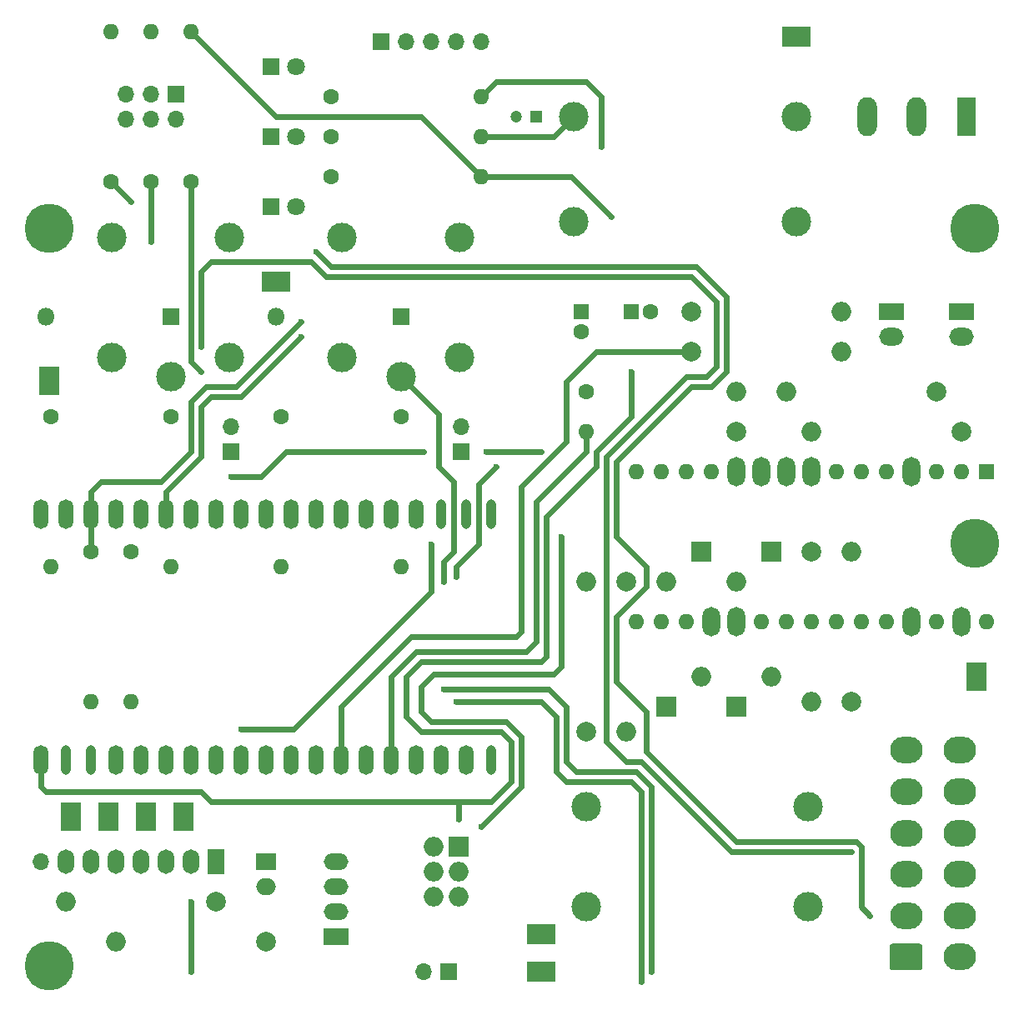
<source format=gtl>
%TF.GenerationSoftware,KiCad,Pcbnew,(5.1.12-1-10_14)*%
%TF.CreationDate,2023-03-30T15:47:48+02:00*%
%TF.ProjectId,Airlock-Mainboard,4169726c-6f63-46b2-9d4d-61696e626f61,rev?*%
%TF.SameCoordinates,Original*%
%TF.FileFunction,Copper,L1,Top*%
%TF.FilePolarity,Positive*%
%FSLAX46Y46*%
G04 Gerber Fmt 4.6, Leading zero omitted, Abs format (unit mm)*
G04 Created by KiCad (PCBNEW (5.1.12-1-10_14)) date 2023-03-30 15:47:48*
%MOMM*%
%LPD*%
G01*
G04 APERTURE LIST*
%TA.AperFunction,ComponentPad*%
%ADD10C,5.000000*%
%TD*%
%TA.AperFunction,ComponentPad*%
%ADD11R,2.500000X1.700000*%
%TD*%
%TA.AperFunction,ComponentPad*%
%ADD12O,2.500000X1.700000*%
%TD*%
%TA.AperFunction,ComponentPad*%
%ADD13R,1.700000X1.700000*%
%TD*%
%TA.AperFunction,ComponentPad*%
%ADD14O,1.700000X1.700000*%
%TD*%
%TA.AperFunction,ComponentPad*%
%ADD15R,2.000000X2.000000*%
%TD*%
%TA.AperFunction,ComponentPad*%
%ADD16O,2.000000X2.000000*%
%TD*%
%TA.AperFunction,ComponentPad*%
%ADD17O,1.500000X3.000000*%
%TD*%
%TA.AperFunction,ComponentPad*%
%ADD18O,1.000000X3.000000*%
%TD*%
%TA.AperFunction,ComponentPad*%
%ADD19R,1.600000X1.600000*%
%TD*%
%TA.AperFunction,ComponentPad*%
%ADD20O,1.600000X1.600000*%
%TD*%
%TA.AperFunction,ComponentPad*%
%ADD21O,1.800000X3.000000*%
%TD*%
%TA.AperFunction,ComponentPad*%
%ADD22C,1.600000*%
%TD*%
%TA.AperFunction,ComponentPad*%
%ADD23R,1.200000X1.200000*%
%TD*%
%TA.AperFunction,ComponentPad*%
%ADD24C,1.200000*%
%TD*%
%TA.AperFunction,ComponentPad*%
%ADD25O,1.800000X1.800000*%
%TD*%
%TA.AperFunction,ComponentPad*%
%ADD26R,1.800000X1.800000*%
%TD*%
%TA.AperFunction,ComponentPad*%
%ADD27O,2.500000X1.800000*%
%TD*%
%TA.AperFunction,ComponentPad*%
%ADD28R,2.500000X1.800000*%
%TD*%
%TA.AperFunction,ComponentPad*%
%ADD29C,1.800000*%
%TD*%
%TA.AperFunction,ComponentPad*%
%ADD30C,3.000000*%
%TD*%
%TA.AperFunction,ComponentPad*%
%ADD31R,1.980000X3.960000*%
%TD*%
%TA.AperFunction,ComponentPad*%
%ADD32O,1.980000X3.960000*%
%TD*%
%TA.AperFunction,ComponentPad*%
%ADD33R,1.700000X2.500000*%
%TD*%
%TA.AperFunction,ComponentPad*%
%ADD34O,1.700000X2.500000*%
%TD*%
%TA.AperFunction,ComponentPad*%
%ADD35O,3.300000X2.700000*%
%TD*%
%TA.AperFunction,ComponentPad*%
%ADD36R,2.000000X1.700000*%
%TD*%
%TA.AperFunction,ComponentPad*%
%ADD37O,2.000000X1.700000*%
%TD*%
%TA.AperFunction,ComponentPad*%
%ADD38R,3.000000X2.000000*%
%TD*%
%TA.AperFunction,ComponentPad*%
%ADD39R,2.000000X3.000000*%
%TD*%
%TA.AperFunction,ComponentPad*%
%ADD40C,2.000000*%
%TD*%
%TA.AperFunction,ViaPad*%
%ADD41C,0.600000*%
%TD*%
%TA.AperFunction,Conductor*%
%ADD42C,0.600000*%
%TD*%
G04 APERTURE END LIST*
D10*
%TO.P,REF\u002A\u002A,1*%
%TO.N,N/C*%
X262000000Y-57000000D03*
%TD*%
%TO.P,REF\u002A\u002A,1*%
%TO.N,N/C*%
X168000000Y-57000000D03*
%TD*%
%TO.P,REF\u002A\u002A,1*%
%TO.N,N/C*%
X262000000Y-89000000D03*
%TD*%
%TO.P,REF\u002A\u002A,1*%
%TO.N,N/C*%
X168000000Y-132000000D03*
%TD*%
D11*
%TO.P,J4,1*%
%TO.N,+12V*%
X197104000Y-129032000D03*
D12*
%TO.P,J4,2*%
%TO.N,GND*%
X197104000Y-126492000D03*
%TO.P,J4,3*%
%TO.N,CAN_LOW*%
X197104000Y-123952000D03*
%TO.P,J4,4*%
%TO.N,CAN_HIGH*%
X197104000Y-121412000D03*
%TD*%
D13*
%TO.P,J2,1*%
%TO.N,N/C*%
X201676000Y-38100000D03*
D14*
%TO.P,J2,2*%
%TO.N,I2C_SCL*%
X204216000Y-38100000D03*
%TO.P,J2,3*%
%TO.N,I2C_SDA*%
X206756000Y-38100000D03*
%TO.P,J2,4*%
%TO.N,+5V*%
X209296000Y-38100000D03*
%TO.P,J2,5*%
%TO.N,GND*%
X211836000Y-38100000D03*
%TD*%
D15*
%TO.P,J6,1*%
%TO.N,+3V3*%
X209550000Y-119888000D03*
D16*
%TO.P,J6,2*%
%TO.N,CAN_HIGH*%
X207010000Y-119888000D03*
%TO.P,J6,3*%
%TO.N,+5V*%
X209550000Y-122428000D03*
%TO.P,J6,4*%
%TO.N,CAN_LOW*%
X207010000Y-122428000D03*
%TO.P,J6,5*%
%TO.N,GND*%
X209550000Y-124968000D03*
%TO.P,J6,6*%
X207010000Y-124968000D03*
%TD*%
D13*
%TO.P,J3,1*%
%TO.N,GND*%
X180848000Y-43434000D03*
D14*
%TO.P,J3,2*%
%TO.N,Taster_C1*%
X180848000Y-45974000D03*
%TO.P,J3,3*%
%TO.N,GND*%
X178308000Y-43434000D03*
%TO.P,J3,4*%
%TO.N,Taster_B1*%
X178308000Y-45974000D03*
%TO.P,J3,5*%
%TO.N,GND*%
X175768000Y-43434000D03*
%TO.P,J3,6*%
%TO.N,Taster_A1*%
X175768000Y-45974000D03*
%TD*%
D17*
%TO.P,U3,1*%
%TO.N,GND*%
X167132000Y-86052000D03*
%TO.P,U3,2*%
%TO.N,+3V3*%
X167132000Y-111052000D03*
%TO.P,U3,37*%
%TO.N,N/C*%
X169672000Y-86052000D03*
D18*
%TO.P,U3,3*%
X169672000Y-111052000D03*
D17*
%TO.P,U3,36*%
%TO.N,I2C_SCL*%
X172212000Y-86052000D03*
D18*
%TO.P,U3,4*%
%TO.N,N/C*%
X172212000Y-111052000D03*
D17*
%TO.P,U3,35*%
X174752000Y-86052000D03*
%TO.P,U3,5*%
X174752000Y-111052000D03*
%TO.P,U3,34*%
X177292000Y-86052000D03*
%TO.P,U3,6*%
X177292000Y-111052000D03*
%TO.P,U3,33*%
%TO.N,I2C_SDA*%
X179832000Y-86052000D03*
%TO.P,U3,7*%
%TO.N,N/C*%
X179832000Y-111052000D03*
%TO.P,U3,1*%
%TO.N,GND*%
X182372000Y-86052000D03*
%TO.P,U3,8*%
%TO.N,CAN_RX*%
X182372000Y-111052000D03*
%TO.P,U3,31*%
%TO.N,Taster_C1*%
X184912000Y-86052000D03*
%TO.P,U3,9*%
%TO.N,CAN_TX*%
X184912000Y-111052000D03*
%TO.P,U3,30*%
%TO.N,Taster_B1*%
X187452000Y-86052000D03*
%TO.P,U3,10*%
%TO.N,N/C*%
X187452000Y-111052000D03*
%TO.P,U3,29*%
X189992000Y-86052000D03*
%TO.P,U3,11*%
%TO.N,BuzzerAussen_3V3*%
X189992000Y-111052000D03*
%TO.P,U3,28*%
%TO.N,Taster_A1*%
X192532000Y-86052000D03*
%TO.P,U3,12*%
%TO.N,BuzzerInnen_3V3*%
X192532000Y-111052000D03*
%TO.P,U3,27*%
%TO.N,N/C*%
X195072000Y-86052000D03*
%TO.P,U3,13*%
X195072000Y-111052000D03*
%TO.P,U3,26*%
X197612000Y-86052000D03*
%TO.P,U3,14*%
%TO.N,KlingelAussen_3V3*%
X197612000Y-111052000D03*
%TO.P,U3,25*%
%TO.N,N/C*%
X200152000Y-86052000D03*
%TO.P,U3,1*%
%TO.N,GND*%
X200152000Y-111052000D03*
%TO.P,U3,24*%
%TO.N,N/C*%
X202692000Y-86052000D03*
%TO.P,U3,16*%
%TO.N,KlingelInnen_3V3*%
X202692000Y-111052000D03*
%TO.P,U3,23*%
%TO.N,TJA1051_S*%
X205232000Y-86052000D03*
%TO.P,U3,17*%
%TO.N,N/C*%
X205232000Y-111052000D03*
D18*
%TO.P,U3,22*%
X207772000Y-86052000D03*
D17*
%TO.P,U3,18*%
X207772000Y-111052000D03*
D18*
%TO.P,U3,21*%
X210312000Y-86052000D03*
D17*
%TO.P,U3,19*%
X210312000Y-111052000D03*
D18*
%TO.P,U3,20*%
X212852000Y-86052000D03*
%TO.P,U3,*%
%TO.N,*%
X212852000Y-111052000D03*
%TD*%
D19*
%TO.P,A1,1*%
%TO.N,N/C*%
X263144000Y-81788000D03*
D20*
%TO.P,A1,17*%
X230124000Y-97028000D03*
%TO.P,A1,2*%
X260604000Y-81788000D03*
%TO.P,A1,18*%
X232664000Y-97028000D03*
%TO.P,A1,3*%
X258064000Y-81788000D03*
D21*
%TO.P,A1,19*%
%TO.N,Net-(A1-Pad19)*%
X235204000Y-97028000D03*
%TO.P,A1,3*%
%TO.N,GND*%
X255524000Y-81788000D03*
%TO.P,A1,20*%
%TO.N,Net-(A1-Pad20)*%
X237744000Y-97028000D03*
D20*
%TO.P,A1,5*%
%TO.N,N/C*%
X252984000Y-81788000D03*
%TO.P,A1,21*%
X240284000Y-97028000D03*
%TO.P,A1,6*%
X250444000Y-81788000D03*
%TO.P,A1,22*%
X242824000Y-97028000D03*
%TO.P,A1,7*%
X247904000Y-81788000D03*
%TO.P,A1,23*%
X245364000Y-97028000D03*
D21*
%TO.P,A1,8*%
%TO.N,Net-(A1-Pad8)*%
X245364000Y-81788000D03*
D20*
%TO.P,A1,24*%
%TO.N,N/C*%
X247904000Y-97028000D03*
D21*
%TO.P,A1,9*%
%TO.N,Net-(A1-Pad9)*%
X242824000Y-81788000D03*
D20*
%TO.P,A1,25*%
%TO.N,N/C*%
X250444000Y-97028000D03*
D21*
%TO.P,A1,10*%
%TO.N,Net-(A1-Pad10)*%
X240284000Y-81788000D03*
D20*
%TO.P,A1,26*%
%TO.N,N/C*%
X252984000Y-97028000D03*
D21*
%TO.P,A1,11*%
%TO.N,Net-(A1-Pad11)*%
X237744000Y-81788000D03*
%TO.P,A1,27*%
%TO.N,+5V*%
X255524000Y-97028000D03*
D20*
%TO.P,A1,12*%
%TO.N,N/C*%
X235204000Y-81788000D03*
%TO.P,A1,28*%
X258064000Y-97028000D03*
%TO.P,A1,13*%
X232664000Y-81788000D03*
D21*
%TO.P,A1,29*%
%TO.N,GND*%
X260604000Y-97028000D03*
D20*
%TO.P,A1,14*%
%TO.N,N/C*%
X230124000Y-81788000D03*
%TO.P,A1,30*%
X263144000Y-97028000D03*
%TO.P,A1,15*%
X227584000Y-81788000D03*
%TO.P,A1,16*%
X227584000Y-97028000D03*
%TD*%
D22*
%TO.P,C2,2*%
%TO.N,GND*%
X221996000Y-67532000D03*
D19*
%TO.P,C2,1*%
%TO.N,+5V*%
X221996000Y-65532000D03*
%TD*%
D23*
%TO.P,C5,1*%
%TO.N,+12V*%
X217424000Y-45720000D03*
D24*
%TO.P,C5,2*%
%TO.N,GND*%
X215424000Y-45720000D03*
%TD*%
D19*
%TO.P,C6,1*%
%TO.N,+3V3*%
X227076000Y-65532000D03*
D22*
%TO.P,C6,2*%
%TO.N,GND*%
X229076000Y-65532000D03*
%TD*%
D25*
%TO.P,D1,2*%
%TO.N,Net-(D1-Pad2)*%
X167640000Y-66040000D03*
D26*
%TO.P,D1,1*%
%TO.N,Net-(D1-Pad1)*%
X180340000Y-66040000D03*
%TD*%
D25*
%TO.P,D2,2*%
%TO.N,Net-(D2-Pad2)*%
X191008000Y-66040000D03*
D26*
%TO.P,D2,1*%
%TO.N,Net-(D2-Pad1)*%
X203708000Y-66040000D03*
%TD*%
D27*
%TO.P,D3,2*%
%TO.N,Net-(D3-Pad2)*%
X253492000Y-68072000D03*
D28*
%TO.P,D3,1*%
%TO.N,GND*%
X253492000Y-65532000D03*
%TD*%
%TO.P,D4,1*%
%TO.N,GND*%
X260604000Y-65532000D03*
D27*
%TO.P,D4,2*%
%TO.N,Net-(D4-Pad2)*%
X260604000Y-68072000D03*
%TD*%
D26*
%TO.P,D5(12V),1*%
%TO.N,GND*%
X190500000Y-47752000D03*
D29*
%TO.P,D5(12V),2*%
%TO.N,Net-(D5-Pad2)*%
X193040000Y-47752000D03*
%TD*%
%TO.P,D6(5V),2*%
%TO.N,Net-(D6-Pad2)*%
X193040000Y-40640000D03*
D26*
%TO.P,D6(5V),1*%
%TO.N,GND*%
X190500000Y-40640000D03*
%TD*%
%TO.P,D7(3V3),1*%
%TO.N,GND*%
X190500000Y-54864000D03*
D29*
%TO.P,D7(3V3),2*%
%TO.N,Net-(D7-Pad2)*%
X193040000Y-54864000D03*
%TD*%
D16*
%TO.P,D8,2*%
%TO.N,Net-(A1-Pad19)*%
X230632000Y-92964000D03*
D15*
%TO.P,D8,1*%
%TO.N,+5V*%
X230632000Y-105664000D03*
%TD*%
%TO.P,D9,1*%
%TO.N,Net-(A1-Pad19)*%
X234188000Y-89916000D03*
D16*
%TO.P,D9,2*%
%TO.N,GND*%
X234188000Y-102616000D03*
%TD*%
D15*
%TO.P,D10,1*%
%TO.N,+5V*%
X237744000Y-105664000D03*
D16*
%TO.P,D10,2*%
%TO.N,Net-(A1-Pad20)*%
X237744000Y-92964000D03*
%TD*%
D15*
%TO.P,D11,1*%
%TO.N,Net-(A1-Pad20)*%
X241300000Y-89916000D03*
D16*
%TO.P,D11,2*%
%TO.N,GND*%
X241300000Y-102616000D03*
%TD*%
D30*
%TO.P,F1,1*%
%TO.N,Net-(F1-Pad1)*%
X243840000Y-45720000D03*
%TO.P,F1,2*%
%TO.N,+12V*%
X221240000Y-45720000D03*
%TD*%
%TO.P,F2,2*%
%TO.N,Net-(F2-Pad2)*%
X243840000Y-56388000D03*
%TO.P,F2,1*%
%TO.N,+5V*%
X221240000Y-56388000D03*
%TD*%
%TO.P,F3,2*%
%TO.N,Klingel_Aussen_AC_in*%
X245104000Y-115824000D03*
%TO.P,F3,1*%
%TO.N,Net-(F3-Pad1)*%
X222504000Y-115824000D03*
%TD*%
%TO.P,F4,1*%
%TO.N,Net-(F4-Pad1)*%
X222504000Y-125984000D03*
%TO.P,F4,2*%
%TO.N,Klingel_Innen_AC_in*%
X245104000Y-125984000D03*
%TD*%
D31*
%TO.P,J1,1*%
%TO.N,Net-(F2-Pad2)*%
X261112000Y-45720000D03*
D32*
%TO.P,J1,2*%
%TO.N,Net-(F1-Pad1)*%
X256112000Y-45720000D03*
%TO.P,J1,3*%
%TO.N,GND*%
X251112000Y-45720000D03*
%TD*%
D33*
%TO.P,J5,1*%
%TO.N,+5V*%
X184912000Y-121412000D03*
D34*
%TO.P,J5,2*%
%TO.N,GND*%
X182372000Y-121412000D03*
%TO.P,J5,3*%
%TO.N,CAN_TX*%
X179832000Y-121412000D03*
%TO.P,J5,4*%
%TO.N,CAN_RX*%
X177292000Y-121412000D03*
%TO.P,J5,5*%
%TO.N,CAN_HIGH*%
X174752000Y-121412000D03*
%TO.P,J5,6*%
%TO.N,CAN_LOW*%
X172212000Y-121412000D03*
%TO.P,J5,7*%
%TO.N,TJA1051_S*%
X169672000Y-121412000D03*
D14*
%TO.P,J5,8*%
%TO.N,N/C*%
X167132000Y-121412000D03*
%TD*%
%TO.P,J7,1*%
%TO.N,Buzzer_Innen_AC2*%
%TA.AperFunction,ComponentPad*%
G36*
G01*
X256415999Y-132414000D02*
X253616001Y-132414000D01*
G75*
G02*
X253366000Y-132163999I0J250001D01*
G01*
X253366000Y-129964001D01*
G75*
G02*
X253616001Y-129714000I250001J0D01*
G01*
X256415999Y-129714000D01*
G75*
G02*
X256666000Y-129964001I0J-250001D01*
G01*
X256666000Y-132163999D01*
G75*
G02*
X256415999Y-132414000I-250001J0D01*
G01*
G37*
%TD.AperFunction*%
D35*
%TO.P,J7,2*%
%TO.N,Buzzer_Aussen_AC1*%
X255016000Y-126864000D03*
%TO.P,J7,3*%
%TO.N,Buzzer_Aussen_AC2*%
X255016000Y-122664000D03*
%TO.P,J7,4*%
%TO.N,Klingel_AC_GND*%
X255016000Y-118464000D03*
%TO.P,J7,5*%
%TO.N,Klingel_Aussen_AC_in*%
X255016000Y-114264000D03*
%TO.P,J7,6*%
%TO.N,Klingel_Innen_AC_in*%
X255016000Y-110064000D03*
%TO.P,J7,7*%
%TO.N,Buzzer_Innen_AC1*%
X260516000Y-131064000D03*
%TO.P,J7,8*%
%TO.N,N/C*%
X260516000Y-126864000D03*
%TO.P,J7,9*%
X260516000Y-122664000D03*
%TO.P,J7,10*%
X260516000Y-118464000D03*
%TO.P,J7,11*%
X260516000Y-114264000D03*
%TO.P,J7,12*%
X260516000Y-110064000D03*
%TD*%
D14*
%TO.P,JP1: Pull to kill K1 ->,2*%
%TO.N,Net-(D1-Pad1)*%
X186436000Y-77216000D03*
D13*
%TO.P,JP1: Pull to kill K1 ->,1*%
%TO.N,+12V*%
X186436000Y-79756000D03*
%TD*%
%TO.P,JP2: Pull to kill K2 ->,1*%
%TO.N,+12V*%
X209804000Y-79756000D03*
D14*
%TO.P,JP2: Pull to kill K2 ->,2*%
%TO.N,Net-(D2-Pad1)*%
X209804000Y-77216000D03*
%TD*%
D36*
%TO.P,JP3,1*%
%TO.N,CAN_HIGH*%
X189992000Y-121412000D03*
D37*
%TO.P,JP3,2*%
%TO.N,Net-(JP3-Pad2)*%
X189992000Y-123952000D03*
%TD*%
D14*
%TO.P,JP4,2*%
%TO.N,GND*%
X205994000Y-132588000D03*
D13*
%TO.P,JP4,1*%
%TO.N,Klingel_AC_GND*%
X208534000Y-132588000D03*
%TD*%
D30*
%TO.P,K1,A1*%
%TO.N,Net-(D1-Pad1)*%
X186340000Y-70136000D03*
%TO.P,K1,14*%
%TO.N,Buzzer_Aussen_AC1*%
X186340000Y-57936000D03*
%TO.P,K1,12*%
%TO.N,N/C*%
X174340000Y-57936000D03*
%TO.P,K1,A2*%
%TO.N,Net-(D1-Pad2)*%
X174340000Y-70136000D03*
%TO.P,K1,11*%
%TO.N,Buzzer_Aussen_AC2*%
X180340000Y-72136000D03*
%TD*%
%TO.P,K2,11*%
%TO.N,Buzzer_Innen_AC2*%
X203708000Y-72136000D03*
%TO.P,K2,A2*%
%TO.N,Net-(D2-Pad2)*%
X197708000Y-70136000D03*
%TO.P,K2,12*%
%TO.N,N/C*%
X197708000Y-57936000D03*
%TO.P,K2,14*%
%TO.N,Buzzer_Innen_AC1*%
X209708000Y-57936000D03*
%TO.P,K2,A1*%
%TO.N,Net-(D2-Pad1)*%
X209708000Y-70136000D03*
%TD*%
D38*
%TO.P,MP1,1*%
%TO.N,Net-(F3-Pad1)*%
X217932000Y-128778000D03*
%TD*%
%TO.P,MP2,1*%
%TO.N,Klingel_AC_GND*%
X217932000Y-132588000D03*
%TD*%
D39*
%TO.P,MP3,1*%
%TO.N,Net-(F4-Pad1)*%
X262128000Y-102616000D03*
%TD*%
D38*
%TO.P,MP5,1*%
%TO.N,GND*%
X243840000Y-37592000D03*
%TD*%
D39*
%TO.P,MP9,1*%
%TO.N,Net-(D1-Pad2)*%
X168000000Y-72500000D03*
%TD*%
D38*
%TO.P,MP10,1*%
%TO.N,Net-(D2-Pad2)*%
X191008000Y-62484000D03*
%TD*%
D39*
%TO.P,MP11,1*%
%TO.N,CAN_TX*%
X181610000Y-116840000D03*
%TD*%
%TO.P,MP12,1*%
%TO.N,CAN_RX*%
X177800000Y-116840000D03*
%TD*%
%TO.P,MP13,1*%
%TO.N,CAN_HIGH*%
X173990000Y-116840000D03*
%TD*%
%TO.P,MP14,1*%
%TO.N,CAN_LOW*%
X170180000Y-116840000D03*
%TD*%
D40*
%TO.P,R1,1*%
%TO.N,Net-(D3-Pad2)*%
X258064000Y-73660000D03*
D16*
%TO.P,R1,2*%
%TO.N,Net-(A1-Pad9)*%
X242824000Y-73660000D03*
%TD*%
%TO.P,R2,2*%
%TO.N,GND*%
X248412000Y-65532000D03*
D40*
%TO.P,R2,1*%
%TO.N,KlingelAussen_3V3*%
X233172000Y-65532000D03*
%TD*%
%TO.P,R3,1*%
%TO.N,KlingelAussen_3V3*%
X233172000Y-69596000D03*
D16*
%TO.P,R3,2*%
%TO.N,Net-(A1-Pad10)*%
X248412000Y-69596000D03*
%TD*%
D22*
%TO.P,R4,1*%
%TO.N,KlingelInnen_3V3*%
X222504000Y-73660000D03*
D16*
%TO.P,R4,2*%
%TO.N,GND*%
X237744000Y-73660000D03*
%TD*%
%TO.P,R5,2*%
%TO.N,Net-(A1-Pad8)*%
X245364000Y-77724000D03*
D40*
%TO.P,R5,1*%
%TO.N,Net-(D4-Pad2)*%
X260604000Y-77724000D03*
%TD*%
D20*
%TO.P,R6,2*%
%TO.N,KlingelInnen_3V3*%
X222504000Y-77724000D03*
D40*
%TO.P,R6,1*%
%TO.N,Net-(A1-Pad11)*%
X237744000Y-77724000D03*
%TD*%
D22*
%TO.P,R7,1*%
%TO.N,Net-(D5-Pad2)*%
X196596000Y-47752000D03*
D20*
%TO.P,R7,2*%
%TO.N,+12V*%
X211836000Y-47752000D03*
%TD*%
%TO.P,R8,2*%
%TO.N,+5V*%
X211836000Y-43688000D03*
D22*
%TO.P,R8,1*%
%TO.N,Net-(D6-Pad2)*%
X196596000Y-43688000D03*
%TD*%
%TO.P,R9,1*%
%TO.N,Taster_A1*%
X174244000Y-52324000D03*
D20*
%TO.P,R9,2*%
%TO.N,+3V3*%
X174244000Y-37084000D03*
%TD*%
%TO.P,R10,2*%
%TO.N,+3V3*%
X178308000Y-37084000D03*
D22*
%TO.P,R10,1*%
%TO.N,Taster_B1*%
X178308000Y-52324000D03*
%TD*%
D20*
%TO.P,R11,2*%
%TO.N,+3V3*%
X182372000Y-37084000D03*
D22*
%TO.P,R11,1*%
%TO.N,Taster_C1*%
X182372000Y-52324000D03*
%TD*%
%TO.P,R12,1*%
%TO.N,Net-(Q1-Pad1)*%
X168148000Y-76200000D03*
D20*
%TO.P,R12,2*%
%TO.N,BuzzerAussen_3V3*%
X168148000Y-91440000D03*
%TD*%
%TO.P,R13,2*%
%TO.N,BuzzerAussen_3V3*%
X180340000Y-91440000D03*
D22*
%TO.P,R13,1*%
%TO.N,GND*%
X180340000Y-76200000D03*
%TD*%
D20*
%TO.P,R14,2*%
%TO.N,+3V3*%
X176276000Y-105156000D03*
D22*
%TO.P,R14,1*%
%TO.N,I2C_SDA*%
X176276000Y-89916000D03*
%TD*%
%TO.P,R15,1*%
%TO.N,I2C_SCL*%
X172212000Y-89916000D03*
D20*
%TO.P,R15,2*%
%TO.N,+3V3*%
X172212000Y-105156000D03*
%TD*%
D16*
%TO.P,R16,2*%
%TO.N,TJA1051_S*%
X169672000Y-125476000D03*
D40*
%TO.P,R16,1*%
%TO.N,+5V*%
X184912000Y-125476000D03*
%TD*%
D22*
%TO.P,R17,1*%
%TO.N,Net-(Q2-Pad1)*%
X191516000Y-76200000D03*
D20*
%TO.P,R17,2*%
%TO.N,BuzzerInnen_3V3*%
X191516000Y-91440000D03*
%TD*%
%TO.P,R18,2*%
%TO.N,BuzzerInnen_3V3*%
X203708000Y-91440000D03*
D22*
%TO.P,R18,1*%
%TO.N,GND*%
X203708000Y-76200000D03*
%TD*%
D40*
%TO.P,R19,1*%
%TO.N,Net-(JP3-Pad2)*%
X190000000Y-129540000D03*
D16*
%TO.P,R19,2*%
%TO.N,CAN_LOW*%
X174760000Y-129540000D03*
%TD*%
D22*
%TO.P,R20,1*%
%TO.N,Net-(D7-Pad2)*%
X196596000Y-51816000D03*
D20*
%TO.P,R20,2*%
%TO.N,+3V3*%
X211836000Y-51816000D03*
%TD*%
D16*
%TO.P,R21,2*%
%TO.N,Net-(A1-Pad19)*%
X222504000Y-92964000D03*
D40*
%TO.P,R21,1*%
%TO.N,Net-(F3-Pad1)*%
X222504000Y-108204000D03*
%TD*%
%TO.P,R22,1*%
%TO.N,Net-(A1-Pad19)*%
X226568000Y-92964000D03*
D16*
%TO.P,R22,2*%
%TO.N,GND*%
X226568000Y-108204000D03*
%TD*%
%TO.P,R23,2*%
%TO.N,Net-(A1-Pad20)*%
X249428000Y-89916000D03*
D40*
%TO.P,R23,1*%
%TO.N,Net-(F4-Pad1)*%
X249428000Y-105156000D03*
%TD*%
%TO.P,R24,1*%
%TO.N,Net-(A1-Pad20)*%
X245364000Y-89916000D03*
D16*
%TO.P,R24,2*%
%TO.N,GND*%
X245364000Y-105156000D03*
%TD*%
D41*
%TO.N,+5V*%
X211836000Y-117856000D03*
X224028000Y-48768000D03*
X219964000Y-88392000D03*
%TO.N,+12V*%
X217932000Y-79756000D03*
X186436000Y-82296000D03*
X212344000Y-79756000D03*
X205994000Y-79756000D03*
%TO.N,+3V3*%
X225044000Y-55880000D03*
X227076000Y-71628000D03*
X209550000Y-117094000D03*
%TO.N,I2C_SCL*%
X193548000Y-66548000D03*
%TO.N,I2C_SDA*%
X193548000Y-68072000D03*
%TO.N,Taster_A1*%
X176276000Y-54356000D03*
%TO.N,Taster_B1*%
X178308000Y-58420000D03*
%TO.N,Taster_C1*%
X183388000Y-71628000D03*
%TO.N,Buzzer_Innen_AC1*%
X213360000Y-81280000D03*
X228092000Y-133604000D03*
X209296000Y-105156000D03*
X209296000Y-92456000D03*
%TO.N,Buzzer_Innen_AC2*%
X229108000Y-132588000D03*
X208026000Y-103886000D03*
X208026000Y-92964000D03*
%TO.N,Buzzer_Aussen_AC1*%
X195072000Y-59436000D03*
X251324000Y-126864000D03*
%TO.N,Buzzer_Aussen_AC2*%
X183388000Y-69088000D03*
X249428000Y-120396000D03*
%TO.N,TJA1051_S*%
X206756000Y-89154000D03*
X187452000Y-107950000D03*
%TO.N,GND*%
X182372000Y-125476000D03*
X182372000Y-132588000D03*
%TD*%
D42*
%TO.N,+5V*%
X211836000Y-43688000D02*
X213360000Y-42164000D01*
X213360000Y-42164000D02*
X222504000Y-42164000D01*
X222504000Y-42164000D02*
X224028000Y-43688000D01*
X224028000Y-43688000D02*
X224028000Y-48768000D01*
X219964000Y-101600000D02*
X219964000Y-88392000D01*
X205740000Y-103632000D02*
X207010000Y-102362000D01*
X207010000Y-102362000D02*
X219202000Y-102362000D01*
X215900000Y-108712000D02*
X214376000Y-107188000D01*
X219202000Y-102362000D02*
X219964000Y-101600000D01*
X214376000Y-107188000D02*
X206756000Y-107188000D01*
X215900000Y-113792000D02*
X215900000Y-108712000D01*
X206756000Y-107188000D02*
X205740000Y-106172000D01*
X205740000Y-106172000D02*
X205740000Y-103632000D01*
X211836000Y-117856000D02*
X215900000Y-113792000D01*
%TO.N,+12V*%
X219208000Y-47752000D02*
X221240000Y-45720000D01*
X211836000Y-47752000D02*
X219208000Y-47752000D01*
X212344000Y-79756000D02*
X217932000Y-79756000D01*
X189484000Y-82296000D02*
X186436000Y-82296000D01*
X192024000Y-79756000D02*
X189484000Y-82296000D01*
X205994000Y-79756000D02*
X192024000Y-79756000D01*
%TO.N,+3V3*%
X220980000Y-51816000D02*
X225044000Y-55880000D01*
X211836000Y-51816000D02*
X220980000Y-51816000D01*
X182372000Y-37084000D02*
X191008000Y-45720000D01*
X205740000Y-45720000D02*
X211836000Y-51816000D01*
X191008000Y-45720000D02*
X205740000Y-45720000D01*
X184404000Y-115316000D02*
X208280000Y-115316000D01*
X167132000Y-113792000D02*
X167640000Y-114300000D01*
X183388000Y-114300000D02*
X184404000Y-115316000D01*
X167640000Y-114300000D02*
X183388000Y-114300000D01*
X167132000Y-111052000D02*
X167132000Y-113792000D01*
X208280000Y-115316000D02*
X209296000Y-115316000D01*
X209550000Y-117094000D02*
X209550000Y-115316000D01*
X209296000Y-115316000D02*
X209550000Y-115316000D01*
X212852000Y-115316000D02*
X209550000Y-115316000D01*
X214884000Y-113284000D02*
X212852000Y-115316000D01*
X214884000Y-109220000D02*
X214884000Y-113284000D01*
X204216000Y-102616000D02*
X204216000Y-106680000D01*
X217932000Y-101092000D02*
X205740000Y-101092000D01*
X204216000Y-106680000D02*
X205740000Y-108204000D01*
X213868000Y-108204000D02*
X214884000Y-109220000D01*
X218440000Y-100584000D02*
X217932000Y-101092000D01*
X227076000Y-71628000D02*
X227076000Y-76200000D01*
X218440000Y-86360000D02*
X218440000Y-100584000D01*
X223520000Y-79756000D02*
X223520000Y-81280000D01*
X205740000Y-101092000D02*
X204216000Y-102616000D01*
X223520000Y-81280000D02*
X218440000Y-86360000D01*
X205740000Y-108204000D02*
X213868000Y-108204000D01*
X227076000Y-76200000D02*
X223520000Y-79756000D01*
%TO.N,KlingelAussen_3V3*%
X223520000Y-69596000D02*
X233172000Y-69596000D01*
X220472000Y-72644000D02*
X223520000Y-69596000D01*
X220472000Y-78740000D02*
X220472000Y-72644000D01*
X197612000Y-111052000D02*
X197612000Y-105664000D01*
X204724000Y-98552000D02*
X215392000Y-98552000D01*
X197612000Y-105664000D02*
X204724000Y-98552000D01*
X215392000Y-98552000D02*
X215900000Y-98044000D01*
X215900000Y-98044000D02*
X215900000Y-83312000D01*
X215900000Y-83312000D02*
X220472000Y-78740000D01*
%TO.N,KlingelInnen_3V3*%
X202692000Y-102616000D02*
X202692000Y-111052000D01*
X216408000Y-100076000D02*
X205232000Y-100076000D01*
X217424000Y-84836000D02*
X217424000Y-99060000D01*
X205232000Y-100076000D02*
X202692000Y-102616000D01*
X217424000Y-99060000D02*
X216408000Y-100076000D01*
X222504000Y-79756000D02*
X217424000Y-84836000D01*
X222504000Y-77724000D02*
X222504000Y-79756000D01*
%TO.N,I2C_SCL*%
X172212000Y-86052000D02*
X172212000Y-89916000D01*
X172212000Y-83820000D02*
X172212000Y-86052000D01*
X173228000Y-82804000D02*
X172212000Y-83820000D01*
X179324000Y-82804000D02*
X173228000Y-82804000D01*
X193548000Y-66548000D02*
X186944000Y-73152000D01*
X182372000Y-79756000D02*
X179324000Y-82804000D01*
X182372000Y-74676000D02*
X182372000Y-79756000D01*
X183896000Y-73152000D02*
X182372000Y-74676000D01*
X186944000Y-73152000D02*
X183896000Y-73152000D01*
%TO.N,I2C_SDA*%
X179832000Y-86052000D02*
X179832000Y-83820000D01*
X184404000Y-74168000D02*
X187452000Y-74168000D01*
X183388000Y-75184000D02*
X184404000Y-74168000D01*
X183388000Y-80264000D02*
X183388000Y-75184000D01*
X187452000Y-74168000D02*
X193548000Y-68072000D01*
X179832000Y-83820000D02*
X183388000Y-80264000D01*
%TO.N,Taster_A1*%
X176276000Y-54356000D02*
X174244000Y-52324000D01*
%TO.N,Taster_B1*%
X178308000Y-58420000D02*
X178308000Y-52324000D01*
%TO.N,Taster_C1*%
X182372000Y-70612000D02*
X183388000Y-71628000D01*
X182372000Y-52324000D02*
X182372000Y-70612000D01*
%TO.N,Buzzer_Innen_AC1*%
X211582000Y-83058000D02*
X213360000Y-81280000D01*
X209296000Y-91440000D02*
X211582000Y-89154000D01*
X209296000Y-92456000D02*
X209296000Y-91440000D01*
X211582000Y-89154000D02*
X211582000Y-83058000D01*
X228092000Y-115316000D02*
X228092000Y-133604000D01*
X217932000Y-105156000D02*
X219456000Y-106680000D01*
X220472000Y-113284000D02*
X227076000Y-113284000D01*
X219456000Y-106680000D02*
X219456000Y-112268000D01*
X228092000Y-114300000D02*
X228092000Y-115316000D01*
X227076000Y-113284000D02*
X228092000Y-114300000D01*
X219456000Y-112268000D02*
X220472000Y-113284000D01*
X209296000Y-105156000D02*
X217932000Y-105156000D01*
%TO.N,Buzzer_Innen_AC2*%
X207518000Y-75946000D02*
X203708000Y-72136000D01*
X209042000Y-82804000D02*
X207518000Y-81280000D01*
X207518000Y-81280000D02*
X207518000Y-75946000D01*
X209042000Y-89916000D02*
X209042000Y-82804000D01*
X208026000Y-90932000D02*
X209042000Y-89916000D01*
X208026000Y-92964000D02*
X208026000Y-90932000D01*
X229108000Y-113792000D02*
X229108000Y-132588000D01*
X227584000Y-112268000D02*
X229108000Y-113792000D01*
X220472000Y-111252000D02*
X221488000Y-112268000D01*
X220472000Y-105664000D02*
X220472000Y-111252000D01*
X221488000Y-112268000D02*
X227584000Y-112268000D01*
X218694000Y-103886000D02*
X220472000Y-105664000D01*
X208026000Y-103886000D02*
X218694000Y-103886000D01*
%TO.N,Buzzer_Aussen_AC1*%
X196596000Y-60960000D02*
X195072000Y-59436000D01*
X236728000Y-64008000D02*
X233680000Y-60960000D01*
X236728000Y-71628000D02*
X236728000Y-64008000D01*
X233172000Y-73152000D02*
X235204000Y-73152000D01*
X225552000Y-88392000D02*
X225552000Y-80772000D01*
X251324000Y-126864000D02*
X250444000Y-125984000D01*
X225552000Y-103124000D02*
X225552000Y-96520000D01*
X228600000Y-106172000D02*
X225552000Y-103124000D01*
X233680000Y-60960000D02*
X196596000Y-60960000D01*
X228600000Y-93472000D02*
X228600000Y-91440000D01*
X235204000Y-73152000D02*
X236728000Y-71628000D01*
X225552000Y-80772000D02*
X233172000Y-73152000D01*
X249936000Y-119380000D02*
X237744000Y-119380000D01*
X228600000Y-110236000D02*
X228600000Y-106172000D01*
X250444000Y-125984000D02*
X250444000Y-119888000D01*
X228600000Y-91440000D02*
X225552000Y-88392000D01*
X237744000Y-119380000D02*
X228600000Y-110236000D01*
X225552000Y-96520000D02*
X228600000Y-93472000D01*
X250444000Y-119888000D02*
X249936000Y-119380000D01*
%TO.N,Buzzer_Aussen_AC2*%
X237236000Y-120396000D02*
X249428000Y-120396000D01*
X226568000Y-111252000D02*
X228092000Y-111252000D01*
X234696000Y-72136000D02*
X232664000Y-72136000D01*
X228092000Y-111252000D02*
X237236000Y-120396000D01*
X196088000Y-61976000D02*
X233172000Y-61976000D01*
X233172000Y-61976000D02*
X235712000Y-64516000D01*
X232664000Y-72136000D02*
X224536000Y-80264000D01*
X183388000Y-69088000D02*
X183388000Y-61468000D01*
X235712000Y-71120000D02*
X234696000Y-72136000D01*
X224536000Y-109220000D02*
X226568000Y-111252000D01*
X224536000Y-80264000D02*
X224536000Y-109220000D01*
X194564000Y-60452000D02*
X196088000Y-61976000D01*
X184404000Y-60452000D02*
X194564000Y-60452000D01*
X183388000Y-61468000D02*
X184404000Y-60452000D01*
X235712000Y-64516000D02*
X235712000Y-71120000D01*
%TO.N,TJA1051_S*%
X192786000Y-107950000D02*
X187452000Y-107950000D01*
X206756000Y-93980000D02*
X192786000Y-107950000D01*
X206756000Y-89154000D02*
X206756000Y-93980000D01*
%TO.N,GND*%
X182372000Y-132588000D02*
X182372000Y-125476000D01*
%TD*%
M02*

</source>
